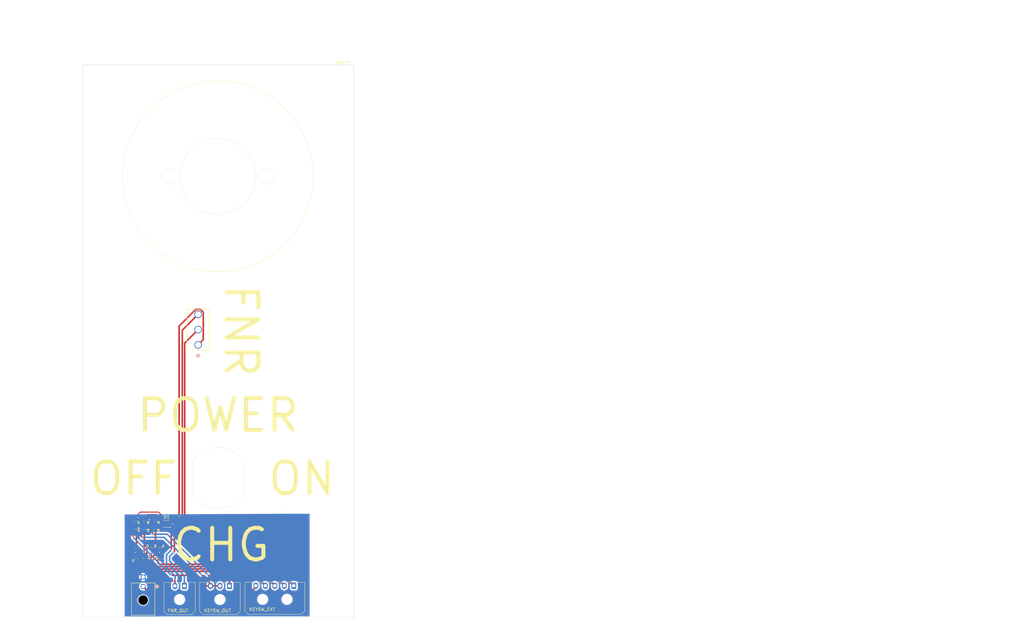
<source format=kicad_pcb>
(kicad_pcb (version 20241229) (generator "pcbnew") (generator_version "9.0")
  (layers (0 "F.Cu" signal) (2 "B.Cu" signal) (13 "F.Paste" user) (15 "B.Paste" user) (5 "F.SilkS" user "F.Silkscreen") (7 "B.SilkS" user "B.Silkscreen") (1 "F.Mask" user) (3 "B.Mask" user) (25 "Edge.Cuts" user))
  (net 0 "")
  (net 1 "GND")
  (net 2 "+12V")
  (net 3 "/KEYSW_CHARGE")
  (net 4 "/KEYSW_MAIN")
  (net 5 "/KEYSW_AUX")
  (net 6 "/KEYSW_OFF")
  (net 7 "/FNR_FWD")
  (net 8 "/FNR_REV")
  (net 9 "Net-(J1-Pin_1)")
  (footprint "Resistor_SMD:R_0402_1005Metric" (layer "F.Cu") (at 138.273291 35.703291 90)
    (property "Reference" "R10" (hide yes))
    (property "Value" "R10" (at -0.08 1 90) (layer "F.SilkS") (effects (font (size 0.5 0.5) (thickness 0.125))))
    (fp_line (start -0.153641 -0.38) (end 0.153641 -0.38) (stroke (width 0.12)) (layer "F.SilkS"))
    (fp_line (start -0.153641 0.38) (end 0.153641 0.38) (stroke (width 0.12)) (layer "F.SilkS"))
    (pad "1" smd roundrect (at -0.51 0 90) (size 0.54 0.64) (layers "F.Cu" "F.Mask" "F.Paste") (net 3 "/KEYSW_CHARGE"))
    (pad "2" smd roundrect (at 0.51 0 90) (size 0.54 0.64) (layers "F.Cu" "F.Mask" "F.Paste") (net 9 "Net-(J1-Pin_1)"))
  )
  (footprint "Resistor_SMD:R_0402_1005Metric" (layer "F.Cu") (at 141 41.49 90)
    (property "Reference" "R2" (hide yes))
    (property "Value" "R2" (at 0.506709 1 90) (layer "F.SilkS") (effects (font (size 0.5 0.5) (thickness 0.125))))
    (fp_line (start -0.153641 -0.38) (end 0.153641 -0.38) (stroke (width 0.12)) (layer "F.SilkS"))
    (fp_line (start -0.153641 0.38) (end 0.153641 0.38) (stroke (width 0.12)) (layer "F.SilkS"))
    (pad "1" smd roundrect (at -0.51 0 90) (size 0.54 0.64) (layers "F.Cu" "F.Mask" "F.Paste") (net 1 "GND"))
    (pad "2" smd roundrect (at 0.51 0 90) (size 0.54 0.64) (layers "F.Cu" "F.Mask" "F.Paste") (net 4 "/KEYSW_MAIN"))
  )
  (footprint "Connector_Molex:Molex_Micro-Fit_3.0_43650-0500_1x05_P3.00mm_Horizontal" (layer "F.Cu") (at 188.25 53.535 180)
    (property "Reference" "KEYSW_EXT1" (hide yes))
    (property "Value" "KEYSW_EXT" (at 10 -7.5 0) (layer "F.SilkS"))
    (fp_line (start 15.435 1.09) (end 12.651767 1.09) (stroke (width 0.12)) (layer "F.SilkS"))
    (fp_line (start 15.435 -8.03) (end 15.435 1.09) (stroke (width 0.12)) (layer "F.SilkS"))
    (fp_line (start 14.435 -9.03) (end 15.435 -8.03) (stroke (width 0.12)) (layer "F.SilkS"))
    (fp_line (start 9.651767 1.09) (end 11.348233 1.09) (stroke (width 0.12)) (layer "F.SilkS"))
    (fp_line (start 6.651767 1.09) (end 8.348233 1.09) (stroke (width 0.12)) (layer "F.SilkS"))
    (fp_line (start 3.651767 1.09) (end 5.348233 1.09) (stroke (width 0.12)) (layer "F.SilkS"))
    (fp_line (start 1.01 1.09) (end 2.348233 1.09) (stroke (width 0.12)) (layer "F.SilkS"))
    (fp_line (start -2.435 -9.03) (end 14.435 -9.03) (stroke (width 0.12)) (layer "F.SilkS"))
    (fp_line (start -3.435 1.09) (end -1.01 1.09) (stroke (width 0.12)) (layer "F.SilkS"))
    (fp_line (start -3.435 1.09) (end -3.435 -8.03) (stroke (width 0.12)) (layer "F.SilkS"))
    (fp_line (start -3.435 -8.03) (end -2.435 -9.03) (stroke (width 0.12)) (layer "F.SilkS"))
    (pad "" np_thru_hole circle (at 2.15 -4.32 180) (size 3 3) (drill 3) (layers "*.Cu" "*.Mask"))
    (pad "" np_thru_hole circle (at 9.85 -4.32 180) (size 3 3) (drill 3) (layers "*.Cu" "*.Mask"))
    (pad "1" thru_hole roundrect (at 0 0 180) (size 1.5 2.02) (drill 1.02) (layers "*.Cu" "*.Mask") (roundrect_rratio 0.166667) (net 6 "/KEYSW_OFF"))
    (pad "2" thru_hole oval (at 3 0 180) (size 1.5 2.02) (drill 1.02) (layers "*.Cu" "*.Mask") (net 5 "/KEYSW_AUX"))
    (pad "3" thru_hole oval (at 6 0 180) (size 1.5 2.02) (drill 1.02) (layers "*.Cu" "*.Mask") (net 4 "/KEYSW_MAIN"))
    (pad "4" thru_hole oval (at 9 0 180) (size 1.5 2.02) (drill 1.02) (layers "*.Cu" "*.Mask") (net 3 "/KEYSW_CHARGE"))
    (pad "5" thru_hole oval (at 12 0 180) (size 1.5 2.02) (drill 1.02) (layers "*.Cu" "*.Mask") (net 2 "+12V"))
  )
  (footprint "Capacitor_SMD:C_0402_1005Metric" (layer "F.Cu") (at 140.983291 44.963291 -90)
    (property "Reference" "C2" (hide yes))
    (property "Value" "0.1u" (hide yes))
    (fp_line (start -0.107836 0.36) (end 0.107836 0.36) (stroke (width 0.12)) (layer "F.SilkS"))
    (fp_line (start -0.107836 -0.36) (end 0.107836 -0.36) (stroke (width 0.12)) (layer "F.SilkS"))
    (pad "1" smd roundrect (at -0.48 0 270) (size 0.56 0.62) (layers "F.Cu" "F.Mask" "F.Paste") (net 4 "/KEYSW_MAIN"))
    (pad "2" smd roundrect (at 0.48 0 270) (size 0.56 0.62) (layers "F.Cu" "F.Mask" "F.Paste") (net 1 "GND"))
  )
  (footprint "Connector_Molex:Molex_Micro-Fit_3.0_43650-0200_1x02_P3.00mm_Horizontal" (layer "F.Cu") (at 153.65 53.605 180)
    (property "Reference" "GPIO6" (hide yes))
    (property "Value" "FNR_OUT" (at 2 -7.82 0) (layer "F.SilkS"))
    (fp_line (start 6.435 1.09) (end 3.651767 1.09) (stroke (width 0.12)) (layer "F.SilkS"))
    (fp_line (start 6.435 -8.03) (end 6.435 1.09) (stroke (width 0.12)) (layer "F.SilkS"))
    (fp_line (start 5.435 -9.03) (end 6.435 -8.03) (stroke (width 0.12)) (layer "F.SilkS"))
    (fp_line (start 1.01 1.09) (end 2.348233 1.09) (stroke (width 0.12)) (layer "F.SilkS"))
    (fp_line (start -2.435 -9.03) (end 5.435 -9.03) (stroke (width 0.12)) (layer "F.SilkS"))
    (fp_line (start -3.435 1.09) (end -1.01 1.09) (stroke (width 0.12)) (layer "F.SilkS"))
    (fp_line (start -3.435 1.09) (end -3.435 -8.03) (stroke (width 0.12)) (layer "F.SilkS"))
    (fp_line (start -3.435 -8.03) (end -2.435 -9.03) (stroke (width 0.12)) (layer "F.SilkS"))
    (pad "" np_thru_hole circle (at 1.5 -4.32 180) (size 3 3) (drill 3) (layers "*.Cu" "*.Mask"))
    (pad "1" thru_hole roundrect (at 0 0 180) (size 1.5 2.02) (drill 1.02) (layers "*.Cu" "*.Mask") (roundrect_rratio 0.166667) (net 8 "/FNR_REV"))
    (pad "2" thru_hole oval (at 3 0 180) (size 1.5 2.02) (drill 1.02) (layers "*.Cu" "*.Mask") (net 7 "/FNR_FWD"))
  )
  (footprint "Resistor_SMD:R_0402_1005Metric" (layer "F.Cu") (at 143.5 41.473291 90)
    (property "Reference" "R3" (hide yes))
    (property "Value" "R3" (at 0.49 1 90) (layer "F.SilkS") (effects (font (size 0.5 0.5) (thickness 0.125))))
    (fp_line (start -0.153641 -0.38) (end 0.153641 -0.38) (stroke (width 0.12)) (layer "F.SilkS"))
    (fp_line (start -0.153641 0.38) (end 0.153641 0.38) (stroke (width 0.12)) (layer "F.SilkS"))
    (pad "1" smd roundrect (at -0.51 0 90) (size 0.54 0.64) (layers "F.Cu" "F.Mask" "F.Paste") (net 1 "GND"))
    (pad "2" smd roundrect (at 0.51 0 90) (size 0.54 0.64) (layers "F.Cu" "F.Mask" "F.Paste") (net 5 "/KEYSW_AUX"))
  )
  (footprint "Capacitor_SMD:C_0402_1005Metric" (layer "F.Cu") (at 146 44.98 -90)
    (property "Reference" "C4" (hide yes))
    (property "Value" "C4" (at -0.246709 1 90) (layer "F.SilkS") (effects (font (size 0.5 0.5) (thickness 0.125))))
    (fp_line (start -0.107836 0.36) (end 0.107836 0.36) (stroke (width 0.12)) (layer "F.SilkS"))
    (fp_line (start -0.107836 -0.36) (end 0.107836 -0.36) (stroke (width 0.12)) (layer "F.SilkS"))
    (pad "1" smd roundrect (at -0.48 0 270) (size 0.56 0.62) (layers "F.Cu" "F.Mask" "F.Paste") (net 6 "/KEYSW_OFF"))
    (pad "2" smd roundrect (at 0.48 0 270) (size 0.56 0.62) (layers "F.Cu" "F.Mask" "F.Paste") (net 1 "GND"))
  )
  (footprint "Resistor_SMD:R_0402_1005Metric" (layer "F.Cu") (at 141.273291 33.183291 90)
    (property "Reference" "R6" (hide yes))
    (property "Value" "R6" (at -0.35 1 90) (layer "F.SilkS") (effects (font (size 0.5 0.5) (thickness 0.125))))
    (fp_line (start -0.153641 -0.38) (end 0.153641 -0.38) (stroke (width 0.12)) (layer "F.SilkS"))
    (fp_line (start -0.153641 0.38) (end 0.153641 0.38) (stroke (width 0.12)) (layer "F.SilkS"))
    (pad "1" smd roundrect (at -0.51 0 90) (size 0.54 0.64) (layers "F.Cu" "F.Mask" "F.Paste") (net 9 "Net-(J1-Pin_1)"))
    (pad "2" smd roundrect (at 0.51 0 90) (size 0.54 0.64) (layers "F.Cu" "F.Mask" "F.Paste") (net 1 "GND"))
  )
  (footprint "Resistor_SMD:R_0402_1005Metric" (layer "F.Cu") (at 138.51 41.49 90)
    (property "Reference" "R1" (hide yes))
    (property "Value" "100k" (hide yes))
    (fp_line (start -0.153641 -0.38) (end 0.153641 -0.38) (stroke (width 0.12)) (layer "F.SilkS"))
    (fp_line (start -0.153641 0.38) (end 0.153641 0.38) (stroke (width 0.12)) (layer "F.SilkS"))
    (pad "1" smd roundrect (at -0.51 0 90) (size 0.54 0.64) (layers "F.Cu" "F.Mask" "F.Paste") (net 1 "GND"))
    (pad "2" smd roundrect (at 0.51 0 90) (size 0.54 0.64) (layers "F.Cu" "F.Mask" "F.Paste") (net 3 "/KEYSW_CHARGE"))
  )
  (footprint "ANT13SECQE:ANT13SEC_CRS" (layer "F.Cu") (at 158 -22.674 90)
    (property "Reference" "U3" (at 4.826 0 90) (layer "F.SilkS"))
    (property "Value" "ANT13SECQE" (hide yes))
    (fp_line (start 11.303 -3.556) (end -1.651 -3.556) (stroke (width 0.1524)) (layer "F.SilkS"))
    (fp_line (start -1.651 -3.556) (end -1.651 3.556) (stroke (width 0.1524)) (layer "F.SilkS"))
    (fp_line (start 11.303 3.556) (end 11.303 -3.556) (stroke (width 0.1524)) (layer "F.SilkS"))
    (fp_line (start -1.651 3.556) (end 11.303 3.556) (stroke (width 0.1524)) (layer "F.SilkS"))
    (fp_circle (center -3.429 0) (end -3.048 0) (stroke (width 0.508)) (fill no) (layer "F.SilkS"))
    (fp_circle (center -3.429 0) (end -3.048 0) (stroke (width 0.508)) (fill no) (layer "B.SilkS"))
    (pad "1" thru_hole circle (at 0 0 90) (size 2.3622 2.3622) (drill 1.8542) (layers "*.Cu" "*.Mask") (net 1 "GND"))
    (pad "2" thru_hole circle (at 4.826 0 90) (size 2.3622 2.3622) (drill 1.8542) (layers "*.Cu" "*.Mask") (net 8 "/FNR_REV"))
    (pad "3" thru_hole circle (at 9.652 0 90) (size 2.3622 2.3622) (drill 1.8542) (layers "*.Cu" "*.Mask") (net 7 "/FNR_FWD"))
  )
  (footprint "Resistor_SMD:R_0402_1005Metric" (layer "F.Cu") (at 141.233291 35.723291 90)
    (property "Reference" "R9" (hide yes))
    (property "Value" "R9" (at -0.31 1.04 90) (layer "F.SilkS") (effects (font (size 0.5 0.5) (thickness 0.125))))
    (fp_line (start -0.153641 -0.38) (end 0.153641 -0.38) (stroke (width 0.12)) (layer "F.SilkS"))
    (fp_line (start -0.153641 0.38) (end 0.153641 0.38) (stroke (width 0.12)) (layer "F.SilkS"))
    (pad "1" smd roundrect (at -0.51 0 90) (size 0.54 0.64) (layers "F.Cu" "F.Mask" "F.Paste") (net 4 "/KEYSW_MAIN"))
    (pad "2" smd roundrect (at 0.51 0 90) (size 0.54 0.64) (layers "F.Cu" "F.Mask" "F.Paste") (net 9 "Net-(J1-Pin_1)"))
  )
  (footprint "Resistor_SMD:R_0402_1005Metric" (layer "F.Cu") (at 144.523291 35.773291 90)
    (property "Reference" "R8" (hide yes))
    (property "Value" "R8" (at -0.26 1 90) (layer "F.SilkS") (effects (font (size 0.5 0.5) (thickness 0.125))))
    (fp_line (start -0.153641 -0.38) (end 0.153641 -0.38) (stroke (width 0.12)) (layer "F.SilkS"))
    (fp_line (start -0.153641 0.38) (end 0.153641 0.38) (stroke (width 0.12)) (layer "F.SilkS"))
    (pad "1" smd roundrect (at -0.51 0 90) (size 0.54 0.64) (layers "F.Cu" "F.Mask" "F.Paste") (net 5 "/KEYSW_AUX"))
    (pad "2" smd roundrect (at 0.51 0 90) (size 0.54 0.64) (layers "F.Cu" "F.Mask" "F.Paste") (net 9 "Net-(J1-Pin_1)"))
  )
  (footprint "Micro-Fit 3.0 Right-Angle Header:CONN_SD-43045-001_02_MOL" (layer "F.Cu") (at 140.6166 53.7907)
    (property "Reference" "AUX_12V1" (hide yes))
    (property "Value" "GND" (hide yes))
    (fp_line (start -3.7084 -1.117) (end -3.7084 9.043) (stroke (width 0.1524)) (layer "F.SilkS"))
    (fp_line (start -3.7084 9.043) (end 3.7084 9.043) (stroke (width 0.1524)) (layer "F.SilkS"))
    (fp_line (start 3.7084 -1.117) (end -3.7084 -1.117) (stroke (width 0.1524)) (layer "F.SilkS"))
    (fp_line (start 3.7084 9.043) (end 3.7084 -1.117) (stroke (width 0.1524)) (layer "F.SilkS"))
    (fp_circle (center 4.3434 0) (end 4.7244 0) (stroke (width 0.508)) (fill no) (layer "F.SilkS"))
    (fp_circle (center 4.3434 0) (end 4.7244 0) (stroke (width 0.508)) (fill no) (layer "B.SilkS"))
    (pad "" np_thru_hole circle (at 0 4.320002) (size 3.048 3.048) (drill 3.048) (layers))
    (pad "1" thru_hole circle (at 0 0) (size 1.5748 1.5748) (drill 1.0668) (layers "*.Cu" "*.Mask") (net 2 "+12V"))
    (pad "2" thru_hole circle (at 0 -2.999999) (size 1.5748 1.5748) (drill 1.0668) (layers "*.Cu" "*.Mask") (net 1 "GND"))
  )
  (footprint "MountingHole:MountingHole_3.2mm_M3" (layer "F.Cu") (at 125 -107.75)
    (property "Reference" "REF**" (hide yes))
    (property "Value" "H2")
    (pad "" np_thru_hole circle (at 0 0) (size 3.2 3.2) (drill 3.2) (layers "*.Cu" "*.Mask"))
  )
  (footprint "Capacitor_SMD:C_0402_1005Metric" (layer "F.Cu") (at 143.5 44.98 -90)
    (property "Reference" "C3" (hide yes))
    (property "Value" "C3" (at -0.246709 1 90) (layer "F.SilkS") (effects (font (size 0.5 0.5) (thickness 0.125))))
    (fp_line (start -0.107836 0.36) (end 0.107836 0.36) (stroke (width 0.12)) (layer "F.SilkS"))
    (fp_line (start -0.107836 -0.36) (end 0.107836 -0.36) (stroke (width 0.12)) (layer "F.SilkS"))
    (pad "1" smd roundrect (at -0.48 0 270) (size 0.56 0.62) (layers "F.Cu" "F.Mask" "F.Paste") (net 5 "/KEYSW_AUX"))
    (pad "2" smd roundrect (at 0.48 0 270) (size 0.56 0.62) (layers "F.Cu" "F.Mask" "F.Paste") (net 1 "GND"))
  )
  (footprint "Resistor_SMD:R_0402_1005Metric" (layer "F.Cu") (at 144.523291 33.253291 90)
    (property "Reference" "R5" (hide yes))
    (property "Value" "R5" (at -0.28 1 90) (layer "F.SilkS") (effects (font (size 0.5 0.5) (thickness 0.125))))
    (fp_line (start -0.153641 -0.38) (end 0.153641 -0.38) (stroke (width 0.12)) (layer "F.SilkS"))
    (fp_line (start -0.153641 0.38) (end 0.153641 0.38) (stroke (width 0.12)) (layer "F.SilkS"))
    (pad "1" smd roundrect (at -0.51 0 90) (size 0.54 0.64) (layers "F.Cu" "F.Mask" "F.Paste") (net 9 "Net-(J1-Pin_1)"))
    (pad "2" smd roundrect (at 0.51 0 90) (size 0.54 0.64) (layers "F.Cu" "F.Mask" "F.Paste") (net 1 "GND"))
  )
  (footprint "MountingHole:MountingHole_3.2mm_M3" (layer "F.Cu") (at 125 55.25)
    (property "Reference" "REF**" (hide yes))
    (property "Value" "H3")
    (pad "" np_thru_hole circle (at 0 0) (size 3.2 3.2) (drill 3.2) (layers "*.Cu" "*.Mask"))
  )
  (footprint "MountingHole:MountingHole_3.2mm_M3" (layer "F.Cu") (at 203.75 -107.75)
    (property "Reference" "REF**" (at 0 -4.15 0) (layer "F.SilkS"))
    (property "Value" "H1")
    (pad "" np_thru_hole circle (at 0 0) (size 3.2 3.2) (drill 3.2) (layers "*.Cu" "*.Mask"))
  )
  (footprint "Resistor_SMD:R_0402_1005Metric" (layer "F.Cu") (at 146 41.473291 90)
    (property "Reference" "R4" (hide yes))
    (property "Value" "R4" (at 0.49 1 90) (layer "F.SilkS") (effects (font (size 0.5 0.5) (thickness 0.125))))
    (fp_line (start -0.153641 -0.38) (end 0.153641 -0.38) (stroke (width 0.12)) (layer "F.SilkS"))
    (fp_line (start -0.153641 0.38) (end 0.153641 0.38) (stroke (width 0.12)) (layer "F.SilkS"))
    (pad "1" smd roundrect (at -0.51 0 90) (size 0.54 0.64) (layers "F.Cu" "F.Mask" "F.Paste") (net 1 "GND"))
    (pad "2" smd roundrect (at 0.51 0 90) (size 0.54 0.64) (layers "F.Cu" "F.Mask" "F.Paste") (net 6 "/KEYSW_OFF"))
  )
  (footprint "Package_SON:WSON-6-1EP_2x2mm_P0.65mm_EP1x1.6mm" (layer "F.Cu") (at 147.885791 33.933291 180)
    (property "Reference" "U2" (hide yes))
    (property "Value" "D1" (at -0.1375 2.15 0) (layer "F.SilkS"))
    (fp_line (start -1 1.11) (end 1 1.11) (stroke (width 0.12)) (layer "F.SilkS"))
    (fp_line (start -1 -1.11) (end 1 -1.11) (stroke (width 0.12)) (layer "F.SilkS"))
    (fp_poly (pts (xy -1.24 -1.01) (xy -1.52 -1.01) (xy -1.24 -1.29)) (stroke (width 0.12)) (fill yes) (layer "F.SilkS"))
    (pad "1" smd roundrect (at -0.8875 -0.65 180) (size 0.375 0.4) (layers "F.Cu" "F.Mask" "F.Paste") (net 1 "GND"))
    (pad "2" smd roundrect (at -0.8875 0 180) (size 0.375 0.4) (layers "F.Cu" "F.Mask" "F.Paste") (net 1 "GND"))
    (pad "3" smd roundrect (at -0.8875 0.65 180) (size 0.375 0.4) (layers "F.Cu" "F.Mask" "F.Paste") (net 1 "GND"))
    (pad "4" smd roundrect (at 0.8875 0.65 180) (size 0.375 0.4) (layers "F.Cu" "F.Mask" "F.Paste") (net 9 "Net-(J1-Pin_1)"))
    (pad "5" smd roundrect (at 0.8875 0 180) (size 0.375 0.4) (layers "F.Cu" "F.Mask" "F.Paste") (net 9 "Net-(J1-Pin_1)"))
    (pad "6" smd roundrect (at 0.8875 -0.65 180) (size 0.375 0.4) (layers "F.Cu" "F.Mask" "F.Paste") (net 9 "Net-(J1-Pin_1)"))
    (pad "7" smd rect (at 0 0 180) (size 1 1.6) (property pad_prop_heatsink) (layers "F.Cu" "F.Mask") (net 1 "GND"))
  )
  (footprint "Connector_Molex:Molex_Micro-Fit_3.0_43650-0300_1x03_P3.00mm_Horizontal" (layer "F.Cu") (at 167.9 53.605 180)
    (property "Reference" "J1" (hide yes))
    (property "Value" "KEYSW_OUT" (at 3.75 -7.82 0) (layer "F.SilkS"))
    (fp_line (start 9.435 1.09) (end 6.651767 1.09) (stroke (width 0.12)) (layer "F.SilkS"))
    (fp_line (start 9.435 -8.03) (end 9.435 1.09) (stroke (width 0.12)) (layer "F.SilkS"))
    (fp_line (start 8.435 -9.03) (end 9.435 -8.03) (stroke (width 0.12)) (layer "F.SilkS"))
    (fp_line (start 3.651767 1.09) (end 5.348233 1.09) (stroke (width 0.12)) (layer "F.SilkS"))
    (fp_line (start 1.01 1.09) (end 2.348233 1.09) (stroke (width 0.12)) (layer "F.SilkS"))
    (fp_line (start -2.435 -9.03) (end 8.435 -9.03) (stroke (width 0.12)) (layer "F.SilkS"))
    (fp_line (start -3.435 1.09) (end -1.01 1.09) (stroke (width 0.12)) (layer "F.SilkS"))
    (fp_line (start -3.435 1.09) (end -3.435 -8.03) (stroke (width 0.12)) (layer "F.SilkS"))
    (fp_line (start -3.435 -8.03) (end -2.435 -9.03) (stroke (width 0.12)) (layer "F.SilkS"))
    (pad "" np_thru_hole circle (at 3 -4.32 180) (size 3 3) (drill 3) (layers "*.Cu" "*.Mask"))
    (pad "1" thru_hole roundrect (at 0 0 180) (size 1.5 2.02) (drill 1.02) (layers "*.Cu" "*.Mask") (roundrect_rratio 0.166667) (net 9 "Net-(J1-Pin_1)"))
    (pad "2" thru_hole oval (at 3 0 180) (size 1.5 2.02) (drill 1.02) (layers "*.Cu" "*.Mask") (net 9 "Net-(J1-Pin_1)"))
    (pad "3" thru_hole oval (at 6 0 180) (size 1.5 2.02) (drill 1.02) (layers "*.Cu" "*.Mask") (net 9 "Net-(J1-Pin_1)"))
  )
  (footprint "Capacitor_SMD:C_0402_1005Metric" (layer "F.Cu") (at 138.53 44.98 -90)
    (property "Reference" "C1" (hide yes))
    (property "Value" "C1" (at 0.503291 1.03 90) (layer "F.SilkS") (effects (font (size 0.5 0.5) (thickness 0.125))))
    (fp_line (start -0.107836 0.36) (end 0.107836 0.36) (stroke (width 0.12)) (layer "F.SilkS"))
    (fp_line (start -0.107836 -0.36) (end 0.107836 -0.36) (stroke (width 0.12)) (layer "F.SilkS"))
    (pad "1" smd roundrect (at -0.48 0 270) (size 0.56 0.62) (layers "F.Cu" "F.Mask" "F.Paste") (net 3 "/KEYSW_CHARGE"))
    (pad "2" smd roundrect (at 0.48 0 270) (size 0.56 0.62) (layers "F.Cu" "F.Mask" "F.Paste") (net 1 "GND"))
  )
  (footprint "MountingHole:MountingHole_3.2mm_M3" (layer "F.Cu") (at 203.75 55.25)
    (property "Reference" "REF**" (hide yes))
    (property "Value" "H4")
    (pad "" np_thru_hole circle (at 0 0) (size 3.2 3.2) (drill 3.2) (layers "*.Cu" "*.Mask"))
  )
  (footprint "Resistor_SMD:R_0402_1005Metric" (layer "F.Cu") (at 138.273291 33.183291 90)
    (property "Reference" "R7" (hide yes))
    (property "Value" "R7" (at -0.35 1 90) (layer "F.SilkS") (effects (font (size 0.5 0.5) (thickness 0.125))))
    (fp_line (start -0.153641 -0.38) (end 0.153641 -0.38) (stroke (width 0.12)) (layer "F.SilkS"))
    (fp_line (start -0.153641 0.38) (end 0.153641 0.38) (stroke (width 0.12)) (layer "F.SilkS"))
    (pad "1" smd roundrect (at -0.51 0 90) (size 0.54 0.64) (layers "F.Cu" "F.Mask" "F.Paste") (net 9 "Net-(J1-Pin_1)"))
    (pad "2" smd roundrect (at 0.51 0 90) (size 0.54 0.64) (layers "F.Cu" "F.Mask" "F.Paste") (net 1 "GND"))
  )
  (gr_circle (center 164.25 -76) (end 194.4125 -76) (stroke (width 0.1)) (fill no) (layer "F.SilkS"))
  (gr_arc (start 156.242946 14.177778) (mid 164.370232 9.75) (end 172.5 14.173218) (stroke (width 0.05)) (layer "Edge.Cuts"))
  (gr_line (start 156.242946 14.17778) (end 156.239953 24.673135) (stroke (width 0.05)) (layer "Edge.Cuts"))
  (gr_rect (start 121.5 -111.25) (end 207.25 63.75) (stroke (width 0.1)) (fill no) (layer "Edge.Cuts"))
  (gr_line (start 172.5 14.17322) (end 172.5 24.682336) (stroke (width 0.05)) (layer "Edge.Cuts"))
  (gr_circle (center 149.25 -76) (end 151.75 -76) (stroke (width 0.05)) (fill no) (layer "Edge.Cuts"))
  (gr_circle (center 164.25 -76) (end 176.25 -76) (stroke (width 0.05)) (fill no) (layer "Edge.Cuts"))
  (gr_circle (center 179.25 -76) (end 181.75 -76) (stroke (width 0.05)) (fill no) (layer "Edge.Cuts"))
  (gr_arc (start 172.499998 24.682337) (mid 164.367471 29.105553) (end 156.239953 24.673138) (stroke (width 0.05)) (layer "Edge.Cuts"))
  (gr_text "OFF" (at 123 25.5 0) (layer "F.SilkS") (effects (font (size 10 10) (thickness 1.25)) (justify left bottom)))
  (gr_text "POWER" (at 138 5.5 0) (layer "F.SilkS") (effects (font (size 10 10) (thickness 1.25)) (justify left bottom)))
  (gr_text "ON" (at 179.5 25.5 0) (layer "F.SilkS") (effects (font (size 10 10) (thickness 1.25)) (justify left bottom)))
  (gr_text "CHG\n" (at 149.25 46.5 0) (layer "F.SilkS") (effects (font (size 10 10) (thickness 1.25)) (justify left bottom)))
  (gr_text "FNR" (at 165.75 -42.5 270) (layer "F.SilkS") (effects (font (size 10 10) (thickness 1.25)) (justify left bottom)))
  (segment (start 146 45.46) (end 146.54 45.46) (width 0.3) (layer "F.Cu") (net 1))
  (segment (start 149.933291 33.933291) (end 150 34) (width 0.3) (layer "F.Cu") (net 1))
  (segment (start 141 42.75) (end 140.75 43) (width 0.3) (layer "F.Cu") (net 1))
  (segment (start 145.75 43.519999) (end 145.75 43) (width 0.3) (layer "F.Cu") (net 1))
  (segment (start 142.625 32.625) (end 142.743291 32.743291) (width 0.3) (layer "F.Cu") (net 1))
  (segment (start 141 42) (end 141 42.75) (width 0.3) (layer "F.Cu") (net 1))
  (segment (start 148.773291 34.583291) (end 148.773291 33.933291) (width 0.3) (layer "F.Cu") (net 1))
  (segment (start 142.625 32.625) (end 141.375 32.625) (width 0.3) (layer "F.Cu") (net 1))
  (segment (start 159.6321 -24.3061) (end 159.6321 -33.002038) (width 0.5) (layer "F.Cu") (net 1))
  (segment (start 141.326709 32.673291) (end 141.273291 32.673291) (width 0.3) (layer "F.Cu") (net 1))
  (segment (start 158 -22.674) (end 159.6321 -24.3061) (width 0.5) (layer "F.Cu") (net 1))
  (segment (start 157.323962 -33.9581) (end 152 -28.634138) (width 0.5) (layer "F.Cu") (net 1))
  (segment (start 143.25 43.486581) (end 143.25 43) (width 0.3) (layer "F.Cu") (net 1))
  (segment (start 138.51 42) (end 138.51 42.49) (width 0.3) (layer "F.Cu") (net 1))
  (segment (start 138.51 42.49) (end 138 43) (width 0.3) (layer "F.Cu") (net 1))
  (segment (start 138.326709 32.673291) (end 139 32) (width 0.3) (layer "F.Cu") (net 1))
  (segment (start 152 -28.634138) (end 152 31.5) (width 0.5) (layer "F.Cu") (net 1))
  (segment (start 148.773291 33.283291) (end 148.773291 33.933291) (width 0.3) (layer "F.Cu") (net 1))
  (segment (start 138.53 45.46) (end 138.966958 45.46) (width 0.3) (layer "F.Cu") (net 1))
  (segment (start 143.809999 45.46) (end 145.75 43.519999) (width 0.3) (layer "F.Cu") (net 1))
  (segment (start 148.773291 33.933291) (end 149.933291 33.933291) (width 0.3) (layer "F.Cu") (net 1))
  (segment (start 138.966958 45.46) (end 140.75 43.676958) (width 0.3) (layer "F.Cu") (net 1))
  (segment (start 159.6321 -33.002038) (end 158.676038 -33.9581) (width 0.5) (layer "F.Cu") (net 1))
  (segment (start 140.75 43.676958) (end 140.75 43) (width 0.3) (layer "F.Cu") (net 1))
  (segment (start 140.983291 45.443291) (end 141.29329 45.443291) (width 0.3) (layer "F.Cu") (net 1))
  (segment (start 158.676038 -33.9581) (end 157.323962 -33.9581) (width 0.5) (layer "F.Cu") (net 1))
  (segment (start 146 42.75) (end 145.75 43) (width 0.3) (layer "F.Cu") (net 1))
  (segment (start 143.5 41.983291) (end 143.5 42.75) (width 0.3) (layer "F.Cu") (net 1))
  (segment (start 147.885791 33.933291) (end 148.773291 33.933291) (width 0.3) (layer "F.Cu") (net 1))
  (segment (start 146 41.983291) (end 146 42.75) (width 0.3) (layer "F.Cu") (net 1))
  (segment (start 142.743291 32.743291) (end 144.523291 32.743291) (width 0.3) (layer "F.Cu") (net 1))
  (segment (start 141.375 32.625) (end 141.326709 32.673291) (width 0.3) (layer "F.Cu") (net 1))
  (segment (start 141.29329 45.443291) (end 143.25 43.486581) (width 0.3) (layer "F.Cu") (net 1))
  (segment (start 143.5 45.46) (end 143.809999 45.46) (width 0.3) (layer "F.Cu") (net 1))
  (segment (start 138.273291 32.673291) (end 138.326709 32.673291) (width 0.3) (layer "F.Cu") (net 1))
  (segment (start 146.54 45.46) (end 147 45) (width 0.3) (layer "F.Cu") (net 1))
  (segment (start 143.5 42.75) (end 143.25 43) (width 0.3) (layer "F.Cu") (net 1))
  (via (at 138 43) (size 0.5) (drill 0.3) (layers "F.Cu" "B.Cu") (net 1))
  (via (at 145.75 43) (size 0.5) (drill 0.3) (layers "F.Cu" "B.Cu") (net 1))
  (via (at 140.75 43) (size 0.5) (drill 0.3) (layers "F.Cu" "B.Cu") (net 1))
  (via (at 150 34) (size 0.5) (drill 0.3) (layers "F.Cu" "B.Cu") (net 1))
  (via (at 142.625 32.625) (size 0.5) (drill 0.3) (layers "F.Cu" "B.Cu") (net 1))
  (via (at 143.25 43) (size 0.5) (drill 0.3) (layers "F.Cu" "B.Cu") (net 1))
  (via (at 147 45) (size 0.5) (drill 0.3) (layers "F.Cu" "B.Cu") (net 1))
  (via (at 139 32) (size 0.5) (drill 0.3) (layers "F.Cu" "B.Cu") (net 1))
  (via (at 152 31.5) (size 0.5) (drill 0.3) (layers "F.Cu" "B.Cu") (net 1))
  (segment (start 147.0759 60.25) (end 170 60.25) (width 0.5) (layer "F.Cu") (net 2))
  (segment (start 176.25 54) (end 176.25 53.535) (width 0.5) (layer "F.Cu") (net 2))
  (segment (start 170 60.25) (end 176.25 54) (width 0.5) (layer "F.Cu") (net 2))
  (segment (start 140.6166 53.7907) (end 147.0759 60.25) (width 0.5) (layer "F.Cu") (net 2))
  (segment (start 137.769 44.951001) (end 138.220001 44.5) (width 0.5) (layer "F.Cu") (net 3))
  (segment (start 138.829999 40.98) (end 138.51 40.98) (width 0.5) (layer "F.Cu") (net 3))
  (segment (start 179.25 53.535) (end 174.715 49) (width 0.5) (layer "F.Cu") (net 3))
  (segment (start 174.715 49) (end 138.25 49) (width 0.5) (layer "F.Cu") (net 3))
  (segment (start 138.220001 44.5) (end 138.53 44.5) (width 0.5) (layer "F.Cu") (net 3))
  (segment (start 138.51 40.98) (end 138.51 36.45) (width 0.5) (layer "F.Cu") (net 3))
  (segment (start 138.51 36.45) (end 138.273291 36.213291) (width 0.5) (layer "F.Cu") (net 3))
  (segment (start 139.281 41.431001) (end 138.829999 40.98) (width 0.5) (layer "F.Cu") (net 3))
  (segment (start 137.769 48.519) (end 137.769 44.951001) (width 0.5) (layer "F.Cu") (net 3))
  (segment (start 138.53 44.5) (end 139.281 43.749) (width 0.5) (layer "F.Cu") (net 3))
  (segment (start 139.281 43.749) (end 139.281 41.431001) (width 0.5) (layer "F.Cu") (net 3))
  (segment (start 138.25 49) (end 137.769 48.519) (width 0.5) (layer "F.Cu") (net 3))
  (segment (start 140.983291 44.483291) (end 141.771 43.695582) (width 0.5) (layer "F.Cu") (net 4))
  (segment (start 141 36.466582) (end 141.233291 36.233291) (width 0.5) (layer "F.Cu") (net 4))
  (segment (start 141.771 43.695582) (end 141.771 41.431001) (width 0.5) (layer "F.Cu") (net 4))
  (segment (start 141.771 41.431001) (end 141.319999 40.98) (width 0.5) (layer "F.Cu") (net 4))
  (segment (start 141 40.98) (end 141 36.466582) (width 0.5) (layer "F.Cu") (net 4))
  (segment (start 176.965 48.25) (end 142.640318 48.25) (width 0.5) (layer "F.Cu") (net 4))
  (segment (start 140.222291 45.831973) (end 140.222291 45.054609) (width 0.5) (layer "F.Cu") (net 4))
  (segment (start 141.319999 40.98) (end 141 40.98) (width 0.5) (layer "F.Cu") (net 4))
  (segment (start 140.793609 44.483291) (end 140.983291 44.483291) (width 0.5) (layer "F.Cu") (net 4))
  (segment (start 182.25 53.535) (end 176.965 48.25) (width 0.5) (layer "F.Cu") (net 4))
  (segment (start 142.640318 48.25) (end 140.222291 45.831973) (width 0.5) (layer "F.Cu") (net 4))
  (segment (start 140.222291 45.054609) (end 140.793609 44.483291) (width 0.5) (layer "F.Cu") (net 4))
  (segment (start 143.5 40.25) (end 144.523291 39.226709) (width 0.5) (layer "F.Cu") (net 5))
  (segment (start 142.5 45.75) (end 142.5 45.190001) (width 0.5) (layer "F.Cu") (net 5))
  (segment (start 144.271 43.729) (end 144.271 41.601819) (width 0.5) (layer "F.Cu") (net 5))
  (segment (start 144.25 47.5) (end 142.5 45.75) (width 0.5) (layer "F.Cu") (net 5))
  (segment (start 143.632472 40.963291) (end 143.5 40.963291) (width 0.5) (layer "F.Cu") (net 5))
  (segment (start 179.215 47.5) (end 144.25 47.5) (width 0.5) (layer "F.Cu") (net 5))
  (segment (start 143.5 44.5) (end 144.271 43.729) (width 0.5) (layer "F.Cu") (net 5))
  (segment (start 142.5 45.190001) (end 143.190001 44.5) (width 0.5) (layer "F.Cu") (net 5))
  (segment (start 144.271 41.601819) (end 143.632472 40.963291) (width 0.5) (layer "F.Cu") (net 5))
  (segment (start 144.523291 39.226709) (end 144.523291 36.283291) (width 0.5) (layer "F.Cu") (net 5))
  (segment (start 185.25 53.535) (end 179.215 47.5) (width 0.5) (layer "F.Cu") (net 5))
  (segment (start 143.5 40.963291) (end 143.5 40.25) (width 0.5) (layer "F.Cu") (net 5))
  (segment (start 143.190001 44.5) (end 143.5 44.5) (width 0.5) (layer "F.Cu") (net 5))
  (segment (start 145.239 46.239) (end 145.239 44.951001) (width 0.5) (layer "F.Cu") (net 6))
  (segment (start 146 44.5) (end 146.75 43.75) (width 0.5) (layer "F.Cu") (net 6))
  (segment (start 146.771 41.414292) (end 146.319999 40.963291) (width 0.5) (layer "F.Cu") (net 6))
  (segment (start 146.319999 40.963291) (end 146 40.963291) (width 0.5) (layer "F.Cu") (net 6))
  (segment (start 181.465 46.75) (end 145.75 46.75) (width 0.5) (layer "F.Cu") (net 6))
  (segment (start 145.75 46.75) (end 145.239 46.239) (width 0.5) (layer "F.Cu") (net 6))
  (segment (start 145.690001 44.5) (end 146 44.5) (width 0.5) (layer "F.Cu") (net 6))
  (segment (start 146.771 43.479) (end 146.771 41.414292) (width 0.5) (layer "F.Cu") (net 6))
  (segment (start 145.239 44.951001) (end 145.690001 44.5) (width 0.5) (layer "F.Cu") (net 6))
  (segment (start 188.25 53.535) (end 181.465 46.75) (width 0.5) (layer "F.Cu") (net 6))
  (segment (start 146.75 43.5) (end 146.771 43.479) (width 0.5) (layer "F.Cu") (net 6))
  (segment (start 146.75 43.75) (end 146.75 43.5) (width 0.5) (layer "F.Cu") (net 6))
  (segment (start 149.5 36.25) (end 153 32.75) (width 0.5) (layer "F.Cu") (net 7))
  (segment (start 153 32.75) (end 153 -27.326) (width 0.5) (layer "F.Cu") (net 7))
  (segment (start 150.65 51.6) (end 150.75 51.5) (width 0.5) (layer "F.Cu") (net 7))
  (segment (start 153 -27.326) (end 158 -32.326) (width 0.5) (layer "F.Cu") (net 7))
  (segment (start 149.5 42.25) (end 149.5 36.25) (width 0.5) (layer "F.Cu") (net 7))
  (segment (start 150.65 53.605) (end 150.65 51.6) (width 0.5) (layer "F.Cu") (net 7))
  (via (at 150.75 51.5) (size 0.5) (drill 0.3) (layers "F.Cu" "B.Cu") (net 7))
  (via (at 149.5 42.25) (size 0.5) (drill 0.3) (layers "F.Cu" "B.Cu") (net 7))
  (segment (start 150.75 50.508636) (end 148 47.758636) (width 0.5) (layer "B.Cu") (net 7))
  (segment (start 148 43.75) (end 149.5 42.25) (width 0.5) (layer "B.Cu") (net 7))
  (segment (start 150.75 51.5) (end 150.75 50.508636) (width 0.5) (layer "B.Cu") (net 7))
  (segment (start 148 47.758636) (end 148 43.75) (width 0.5) (layer "B.Cu") (net 7))
  (segment (start 150.5 42.75) (end 150.5 36.75) (width 0.5) (layer "F.Cu") (net 8))
  (segment (start 158 -27.5) (end 153.75 -23.25) (width 0.5) (layer "F.Cu") (net 8))
  (segment (start 153.75 -23.25) (end 153.75 33.5) (width 0.5) (layer "F.Cu") (net 8))
  (segment (start 153.75 33.5) (end 150.5 36.75) (width 0.5) (layer "F.Cu") (net 8))
  (segment (start 150.25 43) (end 150.5 42.75) (width 0.5) (layer "F.Cu") (net 8))
  (via (at 150.25 43) (size 0.5) (drill 0.3) (layers "F.Cu" "B.Cu") (net 8))
  (segment (start 153.65 53.605) (end 153.65 50.4) (width 0.5) (layer "B.Cu") (net 8))
  (segment (start 149 45.75) (end 149 44.25) (width 0.5) (layer "B.Cu") (net 8))
  (segment (start 149 44.25) (end 150.25 43) (width 0.5) (layer "B.Cu") (net 8))
  (segment (start 153.65 50.4) (end 149 45.75) (width 0.5) (layer "B.Cu") (net 8))
  (segment (start 146.683291 33.933291) (end 146.25 33.5) (width 0.3) (layer "F.Cu") (net 9))
  (segment (start 144.523291 35.263291) (end 144.523291 33.763291) (width 0.5) (layer "F.Cu") (net 9))
  (segment (start 146.998291 33.933291) (end 146.683291 33.933291) (width 0.3) (layer "F.Cu") (net 9))
  (segment (start 167.9 53.605) (end 167.9 52.15) (width 0.5) (layer "F.Cu") (net 9))
  (segment (start 167 51.25) (end 162.5 51.25) (width 0.5) (layer "F.Cu") (net 9))
  (segment (start 146.333291 34.583291) (end 145.5 33.75) (width 0.3) (layer "F.Cu") (net 9))
  (segment (start 149.5 50.25) (end 157.25 50.25) (width 0.5) (layer "F.Cu") (net 9))
  (segment (start 141.233291 35.213291) (end 141.233291 33.733291) (width 0.5) (layer "F.Cu") (net 9))
  (segment (start 137.83 35.193291) (end 138.273291 35.193291) (width 0.5) (layer "F.Cu") (net 9))
  (segment (start 146.998291 31.748291) (end 145.5 30.25) (width 0.3) (layer "F.Cu") (net 9))
  (segment (start 140.786709 35.213291) (end 141.233291 35.213291) (width 0.5) (layer "F.Cu") (net 9))
  (segment (start 146.25 32.25) (end 145 31) (width 0.3) (layer "F.Cu") (net 9))
  (segment (start 157.25 50.25) (end 160.605 53.605) (width 0.5) (layer "F.Cu") (net 9))
  (segment (start 141.935532 31) (end 140.602291 32.333241) (width 0.3) (layer "F.Cu") (net 9))
  (segment (start 145 31) (end 141.935532 31) (width 0.3) (layer "F.Cu") (net 9))
  (segment (start 137.5 35.523291) (end 137.83 35.193291) (width 0.5) (layer "F.Cu") (net 9))
  (segment (start 140.602291 33.022291) (end 141.273291 33.693291) (width 0.3) (layer "F.Cu") (net 9))
  (segment (start 140 38) (end 140 36) (width 0.5) (layer "F.Cu") (net 9))
  (segment (start 164.9 53.605) (end 162.605 53.605) (width 0.5) (layer "F.Cu") (net 9))
  (segment (start 137.602291 32.333241) (end 137.602291 33.022291) (width 0.3) (layer "F.Cu") (net 9))
  (segment (start 162.25 51.25) (end 161 50) (width 0.5) (layer "F.Cu") (net 9))
  (segment (start 167.9 52.15) (end 167 51.25) (width 0.5) (layer "F.Cu") (net 9))
  (segment (start 145.5 33.75) (end 145.486709 33.763291) (width 0.3) (layer "F.Cu") (net 9))
  (segment (start 146.998291 33.283291) (end 146.998291 31.748291) (width 0.3) (layer "F.Cu") (net 9))
  (segment (start 143.5 35.75) (end 143.986709 35.263291) (width 0.5) (layer "F.Cu") (net 9))
  (segment (start 143.75 37.25) (end 143.5 37) (width 0.5) (layer "F.Cu") (net 9))
  (segment (start 139.685532 30.25) (end 137.602291 32.333241) (width 0.3) (layer "F.Cu") (net 9))
  (segment (start 146.25 33.5) (end 146.25 32.25) (width 0.3) (layer "F.Cu") (net 9))
  (segment (start 145.5 30.25) (end 139.685532 30.25) (width 0.3) (layer "F.Cu") (net 9))
  (segment (start 162.605 53.605) (end 159 50) (width 0.5) (layer "F.Cu") (net 9))
  (segment (start 140.25 38.25) (end 140 38) (width 0.5) (layer "F.Cu") (net 9))
  (segment (start 137.5 38.25) (end 137.5 35.523291) (width 0.5) (layer "F.Cu") (net 9))
  (segment (start 137.602291 33.022291) (end 138.273291 33.693291) (width 0.3) (layer "F.Cu") (net 9))
  (segment (start 143.986709 35.263291) (end 144.523291 35.263291) (width 0.5) (layer "F.Cu") (net 9))
  (segment (start 140 36) (end 140.786709 35.213291) (width 0.5) (layer "F.Cu") (net 9))
  (segment (start 138.273291 35.193291) (end 138.273291 33.693291) (width 0.5) (layer "F.Cu") (net 9))
  (segment (start 146.998291 34.583291) (end 146.333291 34.583291) (width 0.3) (layer "F.Cu") (net 9))
  (segment (start 160.605 53.605) (end 161.9 53.605) (width 0.5) (layer "F.Cu") (net 9))
  (segment (start 140.602291 32.333241) (end 140.602291 33.022291) (width 0.3) (layer "F.Cu") (net 9))
  (segment (start 143.5 37) (end 143.5 35.75) (width 0.5) (layer "F.Cu") (net 9))
  (segment (start 145.486709 33.763291) (end 144.523291 33.763291) (width 0.3) (layer "F.Cu") (net 9))
  (segment (start 141.233291 33.733291) (end 141.273291 33.693291) (width 0.5) (layer "F.Cu") (net 9))
  (segment (start 162.5 51.25) (end 162.25 51.25) (width 0.5) (layer "F.Cu") (net 9))
  (via (at 161 50) (size 0.5) (drill 0.3) (layers "F.Cu" "B.Cu") (net 9))
  (via (at 140.25 38.25) (size 0.5) (drill 0.3) (layers "F.Cu" "B.Cu") (net 9))
  (via (at 143.75 37.25) (size 0.5) (drill 0.3) (layers "F.Cu" "B.Cu") (net 9))
  (via (at 159 50) (size 0.5) (drill 0.3) (layers "F.Cu" "B.Cu") (net 9))
  (via (at 137.5 38.25) (size 0.5) (drill 0.3) (layers "F.Cu" "B.Cu") (net 9))
  (via (at 149.5 50.25) (size 0.5) (drill 0.3) (layers "F.Cu" "B.Cu") (net 9))
  (segment (start 149.5 50.25) (end 137.5 38.25) (width 0.5) (layer "B.Cu") (net 9))
  (segment (start 147.25 38.25) (end 159 50) (width 0.5) (layer "B.Cu") (net 9))
  (segment (start 148.25 37.25) (end 143.75 37.25) (width 0.5) (layer "B.Cu") (net 9))
  (segment (start 140.25 38.25) (end 147.25 38.25) (width 0.5) (layer "B.Cu") (net 9))
  (segment (start 161 50) (end 148.25 37.25) (width 0.5) (layer "B.Cu") (net 9))
  (zone (net 1) (net_name "GND") (layer "B.Cu") (connect_pads (clearance 0.5)) (min_thickness 0.25) (fill yes (thermal_gap 0.5) (thermal_bridge_width 0.5))
    (polygon (pts (xy 134.75 31) (xy 134.75 63.75) (xy 193.25 63.75) (xy 193.25 30.75)))
  )
)
</source>
